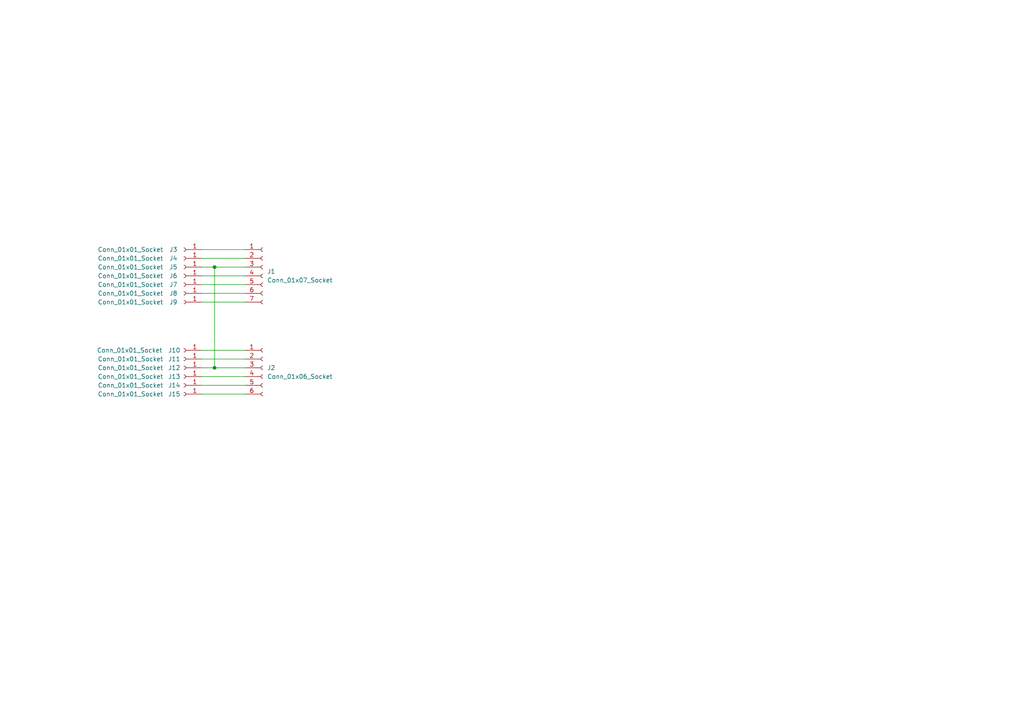
<source format=kicad_sch>
(kicad_sch
	(version 20231120)
	(generator "eeschema")
	(generator_version "8.0")
	(uuid "563bdd28-4b15-42cb-bff2-f1ab9a3c3043")
	(paper "A4")
	(lib_symbols
		(symbol "Connector:Conn_01x01_Socket"
			(pin_names
				(offset 1.016) hide)
			(exclude_from_sim no)
			(in_bom yes)
			(on_board yes)
			(property "Reference" "J"
				(at 0 2.54 0)
				(effects
					(font
						(size 1.27 1.27)
					)
				)
			)
			(property "Value" "Conn_01x01_Socket"
				(at 0 -2.54 0)
				(effects
					(font
						(size 1.27 1.27)
					)
				)
			)
			(property "Footprint" ""
				(at 0 0 0)
				(effects
					(font
						(size 1.27 1.27)
					)
					(hide yes)
				)
			)
			(property "Datasheet" "~"
				(at 0 0 0)
				(effects
					(font
						(size 1.27 1.27)
					)
					(hide yes)
				)
			)
			(property "Description" "Generic connector, single row, 01x01, script generated"
				(at 0 0 0)
				(effects
					(font
						(size 1.27 1.27)
					)
					(hide yes)
				)
			)
			(property "ki_locked" ""
				(at 0 0 0)
				(effects
					(font
						(size 1.27 1.27)
					)
				)
			)
			(property "ki_keywords" "connector"
				(at 0 0 0)
				(effects
					(font
						(size 1.27 1.27)
					)
					(hide yes)
				)
			)
			(property "ki_fp_filters" "Connector*:*_1x??_*"
				(at 0 0 0)
				(effects
					(font
						(size 1.27 1.27)
					)
					(hide yes)
				)
			)
			(symbol "Conn_01x01_Socket_1_1"
				(polyline
					(pts
						(xy -1.27 0) (xy -0.508 0)
					)
					(stroke
						(width 0.1524)
						(type default)
					)
					(fill
						(type none)
					)
				)
				(arc
					(start 0 0.508)
					(mid -0.5058 0)
					(end 0 -0.508)
					(stroke
						(width 0.1524)
						(type default)
					)
					(fill
						(type none)
					)
				)
				(pin passive line
					(at -5.08 0 0)
					(length 3.81)
					(name "Pin_1"
						(effects
							(font
								(size 1.27 1.27)
							)
						)
					)
					(number "1"
						(effects
							(font
								(size 1.27 1.27)
							)
						)
					)
				)
			)
		)
		(symbol "Connector:Conn_01x06_Socket"
			(pin_names
				(offset 1.016) hide)
			(exclude_from_sim no)
			(in_bom yes)
			(on_board yes)
			(property "Reference" "J"
				(at 0 7.62 0)
				(effects
					(font
						(size 1.27 1.27)
					)
				)
			)
			(property "Value" "Conn_01x06_Socket"
				(at 0 -10.16 0)
				(effects
					(font
						(size 1.27 1.27)
					)
				)
			)
			(property "Footprint" ""
				(at 0 0 0)
				(effects
					(font
						(size 1.27 1.27)
					)
					(hide yes)
				)
			)
			(property "Datasheet" "~"
				(at 0 0 0)
				(effects
					(font
						(size 1.27 1.27)
					)
					(hide yes)
				)
			)
			(property "Description" "Generic connector, single row, 01x06, script generated"
				(at 0 0 0)
				(effects
					(font
						(size 1.27 1.27)
					)
					(hide yes)
				)
			)
			(property "ki_locked" ""
				(at 0 0 0)
				(effects
					(font
						(size 1.27 1.27)
					)
				)
			)
			(property "ki_keywords" "connector"
				(at 0 0 0)
				(effects
					(font
						(size 1.27 1.27)
					)
					(hide yes)
				)
			)
			(property "ki_fp_filters" "Connector*:*_1x??_*"
				(at 0 0 0)
				(effects
					(font
						(size 1.27 1.27)
					)
					(hide yes)
				)
			)
			(symbol "Conn_01x06_Socket_1_1"
				(arc
					(start 0 -7.112)
					(mid -0.5058 -7.62)
					(end 0 -8.128)
					(stroke
						(width 0.1524)
						(type default)
					)
					(fill
						(type none)
					)
				)
				(arc
					(start 0 -4.572)
					(mid -0.5058 -5.08)
					(end 0 -5.588)
					(stroke
						(width 0.1524)
						(type default)
					)
					(fill
						(type none)
					)
				)
				(arc
					(start 0 -2.032)
					(mid -0.5058 -2.54)
					(end 0 -3.048)
					(stroke
						(width 0.1524)
						(type default)
					)
					(fill
						(type none)
					)
				)
				(polyline
					(pts
						(xy -1.27 -7.62) (xy -0.508 -7.62)
					)
					(stroke
						(width 0.1524)
						(type default)
					)
					(fill
						(type none)
					)
				)
				(polyline
					(pts
						(xy -1.27 -5.08) (xy -0.508 -5.08)
					)
					(stroke
						(width 0.1524)
						(type default)
					)
					(fill
						(type none)
					)
				)
				(polyline
					(pts
						(xy -1.27 -2.54) (xy -0.508 -2.54)
					)
					(stroke
						(width 0.1524)
						(type default)
					)
					(fill
						(type none)
					)
				)
				(polyline
					(pts
						(xy -1.27 0) (xy -0.508 0)
					)
					(stroke
						(width 0.1524)
						(type default)
					)
					(fill
						(type none)
					)
				)
				(polyline
					(pts
						(xy -1.27 2.54) (xy -0.508 2.54)
					)
					(stroke
						(width 0.1524)
						(type default)
					)
					(fill
						(type none)
					)
				)
				(polyline
					(pts
						(xy -1.27 5.08) (xy -0.508 5.08)
					)
					(stroke
						(width 0.1524)
						(type default)
					)
					(fill
						(type none)
					)
				)
				(arc
					(start 0 0.508)
					(mid -0.5058 0)
					(end 0 -0.508)
					(stroke
						(width 0.1524)
						(type default)
					)
					(fill
						(type none)
					)
				)
				(arc
					(start 0 3.048)
					(mid -0.5058 2.54)
					(end 0 2.032)
					(stroke
						(width 0.1524)
						(type default)
					)
					(fill
						(type none)
					)
				)
				(arc
					(start 0 5.588)
					(mid -0.5058 5.08)
					(end 0 4.572)
					(stroke
						(width 0.1524)
						(type default)
					)
					(fill
						(type none)
					)
				)
				(pin passive line
					(at -5.08 5.08 0)
					(length 3.81)
					(name "Pin_1"
						(effects
							(font
								(size 1.27 1.27)
							)
						)
					)
					(number "1"
						(effects
							(font
								(size 1.27 1.27)
							)
						)
					)
				)
				(pin passive line
					(at -5.08 2.54 0)
					(length 3.81)
					(name "Pin_2"
						(effects
							(font
								(size 1.27 1.27)
							)
						)
					)
					(number "2"
						(effects
							(font
								(size 1.27 1.27)
							)
						)
					)
				)
				(pin passive line
					(at -5.08 0 0)
					(length 3.81)
					(name "Pin_3"
						(effects
							(font
								(size 1.27 1.27)
							)
						)
					)
					(number "3"
						(effects
							(font
								(size 1.27 1.27)
							)
						)
					)
				)
				(pin passive line
					(at -5.08 -2.54 0)
					(length 3.81)
					(name "Pin_4"
						(effects
							(font
								(size 1.27 1.27)
							)
						)
					)
					(number "4"
						(effects
							(font
								(size 1.27 1.27)
							)
						)
					)
				)
				(pin passive line
					(at -5.08 -5.08 0)
					(length 3.81)
					(name "Pin_5"
						(effects
							(font
								(size 1.27 1.27)
							)
						)
					)
					(number "5"
						(effects
							(font
								(size 1.27 1.27)
							)
						)
					)
				)
				(pin passive line
					(at -5.08 -7.62 0)
					(length 3.81)
					(name "Pin_6"
						(effects
							(font
								(size 1.27 1.27)
							)
						)
					)
					(number "6"
						(effects
							(font
								(size 1.27 1.27)
							)
						)
					)
				)
			)
		)
		(symbol "Connector:Conn_01x07_Socket"
			(pin_names
				(offset 1.016) hide)
			(exclude_from_sim no)
			(in_bom yes)
			(on_board yes)
			(property "Reference" "J"
				(at 0 10.16 0)
				(effects
					(font
						(size 1.27 1.27)
					)
				)
			)
			(property "Value" "Conn_01x07_Socket"
				(at 0 -10.16 0)
				(effects
					(font
						(size 1.27 1.27)
					)
				)
			)
			(property "Footprint" ""
				(at 0 0 0)
				(effects
					(font
						(size 1.27 1.27)
					)
					(hide yes)
				)
			)
			(property "Datasheet" "~"
				(at 0 0 0)
				(effects
					(font
						(size 1.27 1.27)
					)
					(hide yes)
				)
			)
			(property "Description" "Generic connector, single row, 01x07, script generated"
				(at 0 0 0)
				(effects
					(font
						(size 1.27 1.27)
					)
					(hide yes)
				)
			)
			(property "ki_locked" ""
				(at 0 0 0)
				(effects
					(font
						(size 1.27 1.27)
					)
				)
			)
			(property "ki_keywords" "connector"
				(at 0 0 0)
				(effects
					(font
						(size 1.27 1.27)
					)
					(hide yes)
				)
			)
			(property "ki_fp_filters" "Connector*:*_1x??_*"
				(at 0 0 0)
				(effects
					(font
						(size 1.27 1.27)
					)
					(hide yes)
				)
			)
			(symbol "Conn_01x07_Socket_1_1"
				(arc
					(start 0 -7.112)
					(mid -0.5058 -7.62)
					(end 0 -8.128)
					(stroke
						(width 0.1524)
						(type default)
					)
					(fill
						(type none)
					)
				)
				(arc
					(start 0 -4.572)
					(mid -0.5058 -5.08)
					(end 0 -5.588)
					(stroke
						(width 0.1524)
						(type default)
					)
					(fill
						(type none)
					)
				)
				(arc
					(start 0 -2.032)
					(mid -0.5058 -2.54)
					(end 0 -3.048)
					(stroke
						(width 0.1524)
						(type default)
					)
					(fill
						(type none)
					)
				)
				(polyline
					(pts
						(xy -1.27 -7.62) (xy -0.508 -7.62)
					)
					(stroke
						(width 0.1524)
						(type default)
					)
					(fill
						(type none)
					)
				)
				(polyline
					(pts
						(xy -1.27 -5.08) (xy -0.508 -5.08)
					)
					(stroke
						(width 0.1524)
						(type default)
					)
					(fill
						(type none)
					)
				)
				(polyline
					(pts
						(xy -1.27 -2.54) (xy -0.508 -2.54)
					)
					(stroke
						(width 0.1524)
						(type default)
					)
					(fill
						(type none)
					)
				)
				(polyline
					(pts
						(xy -1.27 0) (xy -0.508 0)
					)
					(stroke
						(width 0.1524)
						(type default)
					)
					(fill
						(type none)
					)
				)
				(polyline
					(pts
						(xy -1.27 2.54) (xy -0.508 2.54)
					)
					(stroke
						(width 0.1524)
						(type default)
					)
					(fill
						(type none)
					)
				)
				(polyline
					(pts
						(xy -1.27 5.08) (xy -0.508 5.08)
					)
					(stroke
						(width 0.1524)
						(type default)
					)
					(fill
						(type none)
					)
				)
				(polyline
					(pts
						(xy -1.27 7.62) (xy -0.508 7.62)
					)
					(stroke
						(width 0.1524)
						(type default)
					)
					(fill
						(type none)
					)
				)
				(arc
					(start 0 0.508)
					(mid -0.5058 0)
					(end 0 -0.508)
					(stroke
						(width 0.1524)
						(type default)
					)
					(fill
						(type none)
					)
				)
				(arc
					(start 0 3.048)
					(mid -0.5058 2.54)
					(end 0 2.032)
					(stroke
						(width 0.1524)
						(type default)
					)
					(fill
						(type none)
					)
				)
				(arc
					(start 0 5.588)
					(mid -0.5058 5.08)
					(end 0 4.572)
					(stroke
						(width 0.1524)
						(type default)
					)
					(fill
						(type none)
					)
				)
				(arc
					(start 0 8.128)
					(mid -0.5058 7.62)
					(end 0 7.112)
					(stroke
						(width 0.1524)
						(type default)
					)
					(fill
						(type none)
					)
				)
				(pin passive line
					(at -5.08 7.62 0)
					(length 3.81)
					(name "Pin_1"
						(effects
							(font
								(size 1.27 1.27)
							)
						)
					)
					(number "1"
						(effects
							(font
								(size 1.27 1.27)
							)
						)
					)
				)
				(pin passive line
					(at -5.08 5.08 0)
					(length 3.81)
					(name "Pin_2"
						(effects
							(font
								(size 1.27 1.27)
							)
						)
					)
					(number "2"
						(effects
							(font
								(size 1.27 1.27)
							)
						)
					)
				)
				(pin passive line
					(at -5.08 2.54 0)
					(length 3.81)
					(name "Pin_3"
						(effects
							(font
								(size 1.27 1.27)
							)
						)
					)
					(number "3"
						(effects
							(font
								(size 1.27 1.27)
							)
						)
					)
				)
				(pin passive line
					(at -5.08 0 0)
					(length 3.81)
					(name "Pin_4"
						(effects
							(font
								(size 1.27 1.27)
							)
						)
					)
					(number "4"
						(effects
							(font
								(size 1.27 1.27)
							)
						)
					)
				)
				(pin passive line
					(at -5.08 -2.54 0)
					(length 3.81)
					(name "Pin_5"
						(effects
							(font
								(size 1.27 1.27)
							)
						)
					)
					(number "5"
						(effects
							(font
								(size 1.27 1.27)
							)
						)
					)
				)
				(pin passive line
					(at -5.08 -5.08 0)
					(length 3.81)
					(name "Pin_6"
						(effects
							(font
								(size 1.27 1.27)
							)
						)
					)
					(number "6"
						(effects
							(font
								(size 1.27 1.27)
							)
						)
					)
				)
				(pin passive line
					(at -5.08 -7.62 0)
					(length 3.81)
					(name "Pin_7"
						(effects
							(font
								(size 1.27 1.27)
							)
						)
					)
					(number "7"
						(effects
							(font
								(size 1.27 1.27)
							)
						)
					)
				)
			)
		)
	)
	(junction
		(at 62.23 77.47)
		(diameter 0)
		(color 0 0 0 0)
		(uuid "698e742f-e227-40bc-958c-d0973e8ef573")
	)
	(junction
		(at 62.23 106.68)
		(diameter 0)
		(color 0 0 0 0)
		(uuid "a56ce0b7-36e4-426e-a400-bbf1a96f7898")
	)
	(wire
		(pts
			(xy 58.42 77.47) (xy 62.23 77.47)
		)
		(stroke
			(width 0)
			(type default)
		)
		(uuid "1f8fda8b-19f2-4462-b637-dc2352c4c6e4")
	)
	(wire
		(pts
			(xy 58.42 74.93) (xy 71.12 74.93)
		)
		(stroke
			(width 0)
			(type default)
		)
		(uuid "2baf495b-cc02-49a0-8a32-6cc832802465")
	)
	(wire
		(pts
			(xy 58.42 85.09) (xy 71.12 85.09)
		)
		(stroke
			(width 0)
			(type default)
		)
		(uuid "4e1aa4c5-461d-48f9-88ad-4f82f8745a16")
	)
	(wire
		(pts
			(xy 58.42 80.01) (xy 71.12 80.01)
		)
		(stroke
			(width 0)
			(type default)
		)
		(uuid "5ccef070-7968-483f-9902-23d683650537")
	)
	(wire
		(pts
			(xy 58.42 101.6) (xy 71.12 101.6)
		)
		(stroke
			(width 0)
			(type default)
		)
		(uuid "64f08618-0126-4a99-a794-17aee9d3f067")
	)
	(wire
		(pts
			(xy 58.42 109.22) (xy 71.12 109.22)
		)
		(stroke
			(width 0)
			(type default)
		)
		(uuid "6a7f5076-86c1-4557-ab80-43d9a6ba349f")
	)
	(wire
		(pts
			(xy 62.23 106.68) (xy 71.12 106.68)
		)
		(stroke
			(width 0)
			(type default)
		)
		(uuid "896561f4-8dae-4b27-b12e-935db7abc701")
	)
	(wire
		(pts
			(xy 58.42 114.3) (xy 71.12 114.3)
		)
		(stroke
			(width 0)
			(type default)
		)
		(uuid "8ec958ed-8568-4b00-8ff5-e4f20ff665ee")
	)
	(wire
		(pts
			(xy 58.42 104.14) (xy 71.12 104.14)
		)
		(stroke
			(width 0)
			(type default)
		)
		(uuid "942578a5-891d-4a62-bebb-b8533ab8544e")
	)
	(wire
		(pts
			(xy 62.23 77.47) (xy 71.12 77.47)
		)
		(stroke
			(width 0)
			(type default)
		)
		(uuid "969305c0-044f-4f62-8066-9a1ac0cb0068")
	)
	(wire
		(pts
			(xy 58.42 106.68) (xy 62.23 106.68)
		)
		(stroke
			(width 0)
			(type default)
		)
		(uuid "abaa192a-40b9-4a84-a121-3044c52cd82c")
	)
	(wire
		(pts
			(xy 58.42 72.39) (xy 71.12 72.39)
		)
		(stroke
			(width 0)
			(type default)
		)
		(uuid "c0da3087-ef1a-4d1d-b1ba-f01fe71ce91f")
	)
	(wire
		(pts
			(xy 58.42 111.76) (xy 71.12 111.76)
		)
		(stroke
			(width 0)
			(type default)
		)
		(uuid "cf70663d-08ed-493c-b152-b0c02faea801")
	)
	(wire
		(pts
			(xy 58.42 87.63) (xy 71.12 87.63)
		)
		(stroke
			(width 0)
			(type default)
		)
		(uuid "d40cf84f-a0ec-44dc-8b96-bb6bb9010f34")
	)
	(wire
		(pts
			(xy 58.42 82.55) (xy 71.12 82.55)
		)
		(stroke
			(width 0)
			(type default)
		)
		(uuid "efbb5b33-8bf1-4d6c-8f79-0bc78481cc2b")
	)
	(wire
		(pts
			(xy 62.23 77.47) (xy 62.23 106.68)
		)
		(stroke
			(width 0)
			(type default)
		)
		(uuid "fb2ae44c-e671-4303-a4be-dcdec188323f")
	)
	(symbol
		(lib_id "Connector:Conn_01x01_Socket")
		(at 53.34 106.68 180)
		(unit 1)
		(exclude_from_sim no)
		(in_bom yes)
		(on_board yes)
		(dnp no)
		(uuid "132a58c7-152e-4c45-aa07-210f77e93ff0")
		(property "Reference" "J12"
			(at 50.546 106.68 0)
			(effects
				(font
					(size 1.27 1.27)
				)
			)
		)
		(property "Value" "Conn_01x01_Socket"
			(at 37.846 106.68 0)
			(effects
				(font
					(size 1.27 1.27)
				)
			)
		)
		(property "Footprint" "Connector_PinHeader_1.00mm:PinHeader_1x01_P1.00mm_Vertical"
			(at 53.34 106.68 0)
			(effects
				(font
					(size 1.27 1.27)
				)
				(hide yes)
			)
		)
		(property "Datasheet" "~"
			(at 53.34 106.68 0)
			(effects
				(font
					(size 1.27 1.27)
				)
				(hide yes)
			)
		)
		(property "Description" "Generic connector, single row, 01x01, script generated"
			(at 53.34 106.68 0)
			(effects
				(font
					(size 1.27 1.27)
				)
				(hide yes)
			)
		)
		(pin "1"
			(uuid "2897f06e-588c-4362-a061-5ca71c0bea4b")
		)
		(instances
			(project "Port"
				(path "/563bdd28-4b15-42cb-bff2-f1ab9a3c3043"
					(reference "J12")
					(unit 1)
				)
			)
		)
	)
	(symbol
		(lib_id "Connector:Conn_01x01_Socket")
		(at 53.34 77.47 180)
		(unit 1)
		(exclude_from_sim no)
		(in_bom yes)
		(on_board yes)
		(dnp no)
		(uuid "1a8c846a-31d7-4fba-acb0-424255899a8b")
		(property "Reference" "J5"
			(at 50.292 77.47 0)
			(effects
				(font
					(size 1.27 1.27)
				)
			)
		)
		(property "Value" "Conn_01x01_Socket"
			(at 37.846 77.47 0)
			(effects
				(font
					(size 1.27 1.27)
				)
			)
		)
		(property "Footprint" "Connector_PinHeader_1.00mm:PinHeader_1x01_P1.00mm_Vertical"
			(at 53.34 77.47 0)
			(effects
				(font
					(size 1.27 1.27)
				)
				(hide yes)
			)
		)
		(property "Datasheet" "~"
			(at 53.34 77.47 0)
			(effects
				(font
					(size 1.27 1.27)
				)
				(hide yes)
			)
		)
		(property "Description" "Generic connector, single row, 01x01, script generated"
			(at 53.34 77.47 0)
			(effects
				(font
					(size 1.27 1.27)
				)
				(hide yes)
			)
		)
		(pin "1"
			(uuid "176ca7b4-b8ff-44c0-a5ff-f19ebfad0f5a")
		)
		(instances
			(project "Port"
				(path "/563bdd28-4b15-42cb-bff2-f1ab9a3c3043"
					(reference "J5")
					(unit 1)
				)
			)
		)
	)
	(symbol
		(lib_id "Connector:Conn_01x01_Socket")
		(at 53.34 80.01 180)
		(unit 1)
		(exclude_from_sim no)
		(in_bom yes)
		(on_board yes)
		(dnp no)
		(uuid "1e7898af-3be8-4ae5-908b-8a1886be9349")
		(property "Reference" "J6"
			(at 50.292 80.01 0)
			(effects
				(font
					(size 1.27 1.27)
				)
			)
		)
		(property "Value" "Conn_01x01_Socket"
			(at 37.846 80.01 0)
			(effects
				(font
					(size 1.27 1.27)
				)
			)
		)
		(property "Footprint" "Connector_PinHeader_1.00mm:PinHeader_1x01_P1.00mm_Vertical"
			(at 53.34 80.01 0)
			(effects
				(font
					(size 1.27 1.27)
				)
				(hide yes)
			)
		)
		(property "Datasheet" "~"
			(at 53.34 80.01 0)
			(effects
				(font
					(size 1.27 1.27)
				)
				(hide yes)
			)
		)
		(property "Description" "Generic connector, single row, 01x01, script generated"
			(at 53.34 80.01 0)
			(effects
				(font
					(size 1.27 1.27)
				)
				(hide yes)
			)
		)
		(pin "1"
			(uuid "3c3e1f97-6fb1-45f9-ba7d-814373f55089")
		)
		(instances
			(project "Port"
				(path "/563bdd28-4b15-42cb-bff2-f1ab9a3c3043"
					(reference "J6")
					(unit 1)
				)
			)
		)
	)
	(symbol
		(lib_id "Connector:Conn_01x01_Socket")
		(at 53.34 82.55 180)
		(unit 1)
		(exclude_from_sim no)
		(in_bom yes)
		(on_board yes)
		(dnp no)
		(uuid "204e804a-3495-44aa-8581-86b3bebf3fb4")
		(property "Reference" "J7"
			(at 50.292 82.55 0)
			(effects
				(font
					(size 1.27 1.27)
				)
			)
		)
		(property "Value" "Conn_01x01_Socket"
			(at 37.846 82.55 0)
			(effects
				(font
					(size 1.27 1.27)
				)
			)
		)
		(property "Footprint" "Connector_PinHeader_1.00mm:PinHeader_1x01_P1.00mm_Vertical"
			(at 53.34 82.55 0)
			(effects
				(font
					(size 1.27 1.27)
				)
				(hide yes)
			)
		)
		(property "Datasheet" "~"
			(at 53.34 82.55 0)
			(effects
				(font
					(size 1.27 1.27)
				)
				(hide yes)
			)
		)
		(property "Description" "Generic connector, single row, 01x01, script generated"
			(at 53.34 82.55 0)
			(effects
				(font
					(size 1.27 1.27)
				)
				(hide yes)
			)
		)
		(pin "1"
			(uuid "cabec8f8-6edd-4448-aea0-6b2e29df58a3")
		)
		(instances
			(project "Port"
				(path "/563bdd28-4b15-42cb-bff2-f1ab9a3c3043"
					(reference "J7")
					(unit 1)
				)
			)
		)
	)
	(symbol
		(lib_id "Connector:Conn_01x06_Socket")
		(at 76.2 106.68 0)
		(unit 1)
		(exclude_from_sim no)
		(in_bom yes)
		(on_board yes)
		(dnp no)
		(fields_autoplaced yes)
		(uuid "3ea076ce-350b-4520-8a2e-0e0433f1c69b")
		(property "Reference" "J2"
			(at 77.47 106.6799 0)
			(effects
				(font
					(size 1.27 1.27)
				)
				(justify left)
			)
		)
		(property "Value" "Conn_01x06_Socket"
			(at 77.47 109.2199 0)
			(effects
				(font
					(size 1.27 1.27)
				)
				(justify left)
			)
		)
		(property "Footprint" "Connector_PinSocket_2.54mm:PinSocket_1x06_P2.54mm_Vertical"
			(at 76.2 106.68 0)
			(effects
				(font
					(size 1.27 1.27)
				)
				(hide yes)
			)
		)
		(property "Datasheet" "~"
			(at 76.2 106.68 0)
			(effects
				(font
					(size 1.27 1.27)
				)
				(hide yes)
			)
		)
		(property "Description" "Generic connector, single row, 01x06, script generated"
			(at 76.2 106.68 0)
			(effects
				(font
					(size 1.27 1.27)
				)
				(hide yes)
			)
		)
		(pin "1"
			(uuid "0ef75e6c-3d6c-4569-904b-6792d4f33ba8")
		)
		(pin "6"
			(uuid "d910f3d0-21c2-4906-9db7-2f0fd99e2cbc")
		)
		(pin "5"
			(uuid "ae169013-972d-401a-b9b2-6ab3bacce70a")
		)
		(pin "3"
			(uuid "ba24a445-9886-4955-ba61-2616f15fc3ef")
		)
		(pin "4"
			(uuid "08d223ea-abdb-4148-b6a0-6c7e9c2e7736")
		)
		(pin "2"
			(uuid "725d26b9-7a5b-42c8-ac2c-9bfc27a85bde")
		)
		(instances
			(project ""
				(path "/563bdd28-4b15-42cb-bff2-f1ab9a3c3043"
					(reference "J2")
					(unit 1)
				)
			)
		)
	)
	(symbol
		(lib_id "Connector:Conn_01x01_Socket")
		(at 53.34 85.09 180)
		(unit 1)
		(exclude_from_sim no)
		(in_bom yes)
		(on_board yes)
		(dnp no)
		(uuid "4173c99e-cd6d-4d43-af22-1b8815b21721")
		(property "Reference" "J8"
			(at 50.292 85.09 0)
			(effects
				(font
					(size 1.27 1.27)
				)
			)
		)
		(property "Value" "Conn_01x01_Socket"
			(at 37.846 85.09 0)
			(effects
				(font
					(size 1.27 1.27)
				)
			)
		)
		(property "Footprint" "Connector_PinHeader_1.00mm:PinHeader_1x01_P1.00mm_Vertical"
			(at 53.34 85.09 0)
			(effects
				(font
					(size 1.27 1.27)
				)
				(hide yes)
			)
		)
		(property "Datasheet" "~"
			(at 53.34 85.09 0)
			(effects
				(font
					(size 1.27 1.27)
				)
				(hide yes)
			)
		)
		(property "Description" "Generic connector, single row, 01x01, script generated"
			(at 53.34 85.09 0)
			(effects
				(font
					(size 1.27 1.27)
				)
				(hide yes)
			)
		)
		(pin "1"
			(uuid "724f4bf2-a240-4790-8386-d0a4b1e3f14c")
		)
		(instances
			(project "Port"
				(path "/563bdd28-4b15-42cb-bff2-f1ab9a3c3043"
					(reference "J8")
					(unit 1)
				)
			)
		)
	)
	(symbol
		(lib_id "Connector:Conn_01x01_Socket")
		(at 53.34 74.93 180)
		(unit 1)
		(exclude_from_sim no)
		(in_bom yes)
		(on_board yes)
		(dnp no)
		(uuid "78d4f301-511e-43a8-862e-c8f4ca946b17")
		(property "Reference" "J4"
			(at 50.292 74.93 0)
			(effects
				(font
					(size 1.27 1.27)
				)
			)
		)
		(property "Value" "Conn_01x01_Socket"
			(at 37.846 74.93 0)
			(effects
				(font
					(size 1.27 1.27)
				)
			)
		)
		(property "Footprint" "Connector_PinHeader_1.00mm:PinHeader_1x01_P1.00mm_Vertical"
			(at 53.34 74.93 0)
			(effects
				(font
					(size 1.27 1.27)
				)
				(hide yes)
			)
		)
		(property "Datasheet" "~"
			(at 53.34 74.93 0)
			(effects
				(font
					(size 1.27 1.27)
				)
				(hide yes)
			)
		)
		(property "Description" "Generic connector, single row, 01x01, script generated"
			(at 53.34 74.93 0)
			(effects
				(font
					(size 1.27 1.27)
				)
				(hide yes)
			)
		)
		(pin "1"
			(uuid "385767ae-8e15-4f6e-aeda-a9045dfbeeae")
		)
		(instances
			(project "Port"
				(path "/563bdd28-4b15-42cb-bff2-f1ab9a3c3043"
					(reference "J4")
					(unit 1)
				)
			)
		)
	)
	(symbol
		(lib_id "Connector:Conn_01x01_Socket")
		(at 53.34 104.14 180)
		(unit 1)
		(exclude_from_sim no)
		(in_bom yes)
		(on_board yes)
		(dnp no)
		(uuid "a44d8282-dd3c-4722-8f59-f1f5f5760b63")
		(property "Reference" "J11"
			(at 50.546 104.14 0)
			(effects
				(font
					(size 1.27 1.27)
				)
			)
		)
		(property "Value" "Conn_01x01_Socket"
			(at 37.846 104.14 0)
			(effects
				(font
					(size 1.27 1.27)
				)
			)
		)
		(property "Footprint" "Connector_PinHeader_1.00mm:PinHeader_1x01_P1.00mm_Vertical"
			(at 53.34 104.14 0)
			(effects
				(font
					(size 1.27 1.27)
				)
				(hide yes)
			)
		)
		(property "Datasheet" "~"
			(at 53.34 104.14 0)
			(effects
				(font
					(size 1.27 1.27)
				)
				(hide yes)
			)
		)
		(property "Description" "Generic connector, single row, 01x01, script generated"
			(at 53.34 104.14 0)
			(effects
				(font
					(size 1.27 1.27)
				)
				(hide yes)
			)
		)
		(pin "1"
			(uuid "0b3a46bf-38e3-4ba3-9a54-6df7ffde78a6")
		)
		(instances
			(project "Port"
				(path "/563bdd28-4b15-42cb-bff2-f1ab9a3c3043"
					(reference "J11")
					(unit 1)
				)
			)
		)
	)
	(symbol
		(lib_id "Connector:Conn_01x01_Socket")
		(at 53.34 87.63 180)
		(unit 1)
		(exclude_from_sim no)
		(in_bom yes)
		(on_board yes)
		(dnp no)
		(uuid "ab5d1572-a897-4836-b2e7-1cea331d6cef")
		(property "Reference" "J9"
			(at 50.292 87.63 0)
			(effects
				(font
					(size 1.27 1.27)
				)
			)
		)
		(property "Value" "Conn_01x01_Socket"
			(at 37.846 87.63 0)
			(effects
				(font
					(size 1.27 1.27)
				)
			)
		)
		(property "Footprint" "Connector_PinHeader_1.00mm:PinHeader_1x01_P1.00mm_Vertical"
			(at 53.34 87.63 0)
			(effects
				(font
					(size 1.27 1.27)
				)
				(hide yes)
			)
		)
		(property "Datasheet" "~"
			(at 53.34 87.63 0)
			(effects
				(font
					(size 1.27 1.27)
				)
				(hide yes)
			)
		)
		(property "Description" "Generic connector, single row, 01x01, script generated"
			(at 53.34 87.63 0)
			(effects
				(font
					(size 1.27 1.27)
				)
				(hide yes)
			)
		)
		(pin "1"
			(uuid "3e5c1d06-2f25-4dc3-91fd-fa786815da47")
		)
		(instances
			(project "Port"
				(path "/563bdd28-4b15-42cb-bff2-f1ab9a3c3043"
					(reference "J9")
					(unit 1)
				)
			)
		)
	)
	(symbol
		(lib_id "Connector:Conn_01x01_Socket")
		(at 53.34 101.6 180)
		(unit 1)
		(exclude_from_sim no)
		(in_bom yes)
		(on_board yes)
		(dnp no)
		(uuid "b22eac39-2f1a-4a60-b538-8508f1d54f48")
		(property "Reference" "J10"
			(at 50.546 101.6 0)
			(effects
				(font
					(size 1.27 1.27)
				)
			)
		)
		(property "Value" "Conn_01x01_Socket"
			(at 37.592 101.6 0)
			(effects
				(font
					(size 1.27 1.27)
				)
			)
		)
		(property "Footprint" "Connector_PinHeader_1.00mm:PinHeader_1x01_P1.00mm_Vertical"
			(at 53.34 101.6 0)
			(effects
				(font
					(size 1.27 1.27)
				)
				(hide yes)
			)
		)
		(property "Datasheet" "~"
			(at 53.34 101.6 0)
			(effects
				(font
					(size 1.27 1.27)
				)
				(hide yes)
			)
		)
		(property "Description" "Generic connector, single row, 01x01, script generated"
			(at 53.34 101.6 0)
			(effects
				(font
					(size 1.27 1.27)
				)
				(hide yes)
			)
		)
		(pin "1"
			(uuid "3d9b0b3a-36e7-423a-b9b1-4630b992d685")
		)
		(instances
			(project "Port"
				(path "/563bdd28-4b15-42cb-bff2-f1ab9a3c3043"
					(reference "J10")
					(unit 1)
				)
			)
		)
	)
	(symbol
		(lib_id "Connector:Conn_01x07_Socket")
		(at 76.2 80.01 0)
		(unit 1)
		(exclude_from_sim no)
		(in_bom yes)
		(on_board yes)
		(dnp no)
		(fields_autoplaced yes)
		(uuid "cc4710df-3e7e-403b-8e77-4f7d5cfcbadd")
		(property "Reference" "J1"
			(at 77.47 78.7399 0)
			(effects
				(font
					(size 1.27 1.27)
				)
				(justify left)
			)
		)
		(property "Value" "Conn_01x07_Socket"
			(at 77.47 81.2799 0)
			(effects
				(font
					(size 1.27 1.27)
				)
				(justify left)
			)
		)
		(property "Footprint" "Connector_PinSocket_2.54mm:PinSocket_1x07_P2.54mm_Vertical"
			(at 76.2 80.01 0)
			(effects
				(font
					(size 1.27 1.27)
				)
				(hide yes)
			)
		)
		(property "Datasheet" "~"
			(at 76.2 80.01 0)
			(effects
				(font
					(size 1.27 1.27)
				)
				(hide yes)
			)
		)
		(property "Description" "Generic connector, single row, 01x07, script generated"
			(at 76.2 80.01 0)
			(effects
				(font
					(size 1.27 1.27)
				)
				(hide yes)
			)
		)
		(pin "4"
			(uuid "cfcc29a4-8968-4f94-a37a-9e786bb82b12")
		)
		(pin "7"
			(uuid "307dddfe-1d90-419d-811d-beb24e7c701b")
		)
		(pin "3"
			(uuid "a21d0e32-3b68-46c3-a138-91ada0b083a7")
		)
		(pin "2"
			(uuid "fdbd75cf-de27-40ea-bf70-bc713f167bc1")
		)
		(pin "1"
			(uuid "69e98bac-0002-45dd-a78a-4f0cc65bb5dd")
		)
		(pin "6"
			(uuid "664f5560-475e-4a54-8823-a2bef754cd42")
		)
		(pin "5"
			(uuid "de85f168-35c0-4c1e-9448-09c7b84c2df5")
		)
		(instances
			(project ""
				(path "/563bdd28-4b15-42cb-bff2-f1ab9a3c3043"
					(reference "J1")
					(unit 1)
				)
			)
		)
	)
	(symbol
		(lib_id "Connector:Conn_01x01_Socket")
		(at 53.34 114.3 180)
		(unit 1)
		(exclude_from_sim no)
		(in_bom yes)
		(on_board yes)
		(dnp no)
		(uuid "d1601c8e-e59d-43f1-b637-cfcf4e0fa0c3")
		(property "Reference" "J15"
			(at 50.546 114.3 0)
			(effects
				(font
					(size 1.27 1.27)
				)
			)
		)
		(property "Value" "Conn_01x01_Socket"
			(at 37.846 114.3 0)
			(effects
				(font
					(size 1.27 1.27)
				)
			)
		)
		(property "Footprint" "Connector_PinHeader_1.00mm:PinHeader_1x01_P1.00mm_Vertical"
			(at 53.34 114.3 0)
			(effects
				(font
					(size 1.27 1.27)
				)
				(hide yes)
			)
		)
		(property "Datasheet" "~"
			(at 53.34 114.3 0)
			(effects
				(font
					(size 1.27 1.27)
				)
				(hide yes)
			)
		)
		(property "Description" "Generic connector, single row, 01x01, script generated"
			(at 53.34 114.3 0)
			(effects
				(font
					(size 1.27 1.27)
				)
				(hide yes)
			)
		)
		(pin "1"
			(uuid "aefa89a8-90ed-47f8-80ec-7bbe762867ad")
		)
		(instances
			(project "Port"
				(path "/563bdd28-4b15-42cb-bff2-f1ab9a3c3043"
					(reference "J15")
					(unit 1)
				)
			)
		)
	)
	(symbol
		(lib_id "Connector:Conn_01x01_Socket")
		(at 53.34 111.76 180)
		(unit 1)
		(exclude_from_sim no)
		(in_bom yes)
		(on_board yes)
		(dnp no)
		(uuid "d45c1783-2c63-4bf1-8d6e-bae8c010d617")
		(property "Reference" "J14"
			(at 50.546 111.76 0)
			(effects
				(font
					(size 1.27 1.27)
				)
			)
		)
		(property "Value" "Conn_01x01_Socket"
			(at 37.846 111.76 0)
			(effects
				(font
					(size 1.27 1.27)
				)
			)
		)
		(property "Footprint" "Connector_PinHeader_1.00mm:PinHeader_1x01_P1.00mm_Vertical"
			(at 53.34 111.76 0)
			(effects
				(font
					(size 1.27 1.27)
				)
				(hide yes)
			)
		)
		(property "Datasheet" "~"
			(at 53.34 111.76 0)
			(effects
				(font
					(size 1.27 1.27)
				)
				(hide yes)
			)
		)
		(property "Description" "Generic connector, single row, 01x01, script generated"
			(at 53.34 111.76 0)
			(effects
				(font
					(size 1.27 1.27)
				)
				(hide yes)
			)
		)
		(pin "1"
			(uuid "994260d9-97d9-4ec6-967d-94dc1057e8e4")
		)
		(instances
			(project "Port"
				(path "/563bdd28-4b15-42cb-bff2-f1ab9a3c3043"
					(reference "J14")
					(unit 1)
				)
			)
		)
	)
	(symbol
		(lib_id "Connector:Conn_01x01_Socket")
		(at 53.34 72.39 180)
		(unit 1)
		(exclude_from_sim no)
		(in_bom yes)
		(on_board yes)
		(dnp no)
		(uuid "e589ed97-0bd2-45c6-9f4b-806f5f607e0f")
		(property "Reference" "J3"
			(at 50.292 72.39 0)
			(effects
				(font
					(size 1.27 1.27)
				)
			)
		)
		(property "Value" "Conn_01x01_Socket"
			(at 37.846 72.39 0)
			(effects
				(font
					(size 1.27 1.27)
				)
			)
		)
		(property "Footprint" "Connector_PinHeader_1.00mm:PinHeader_1x01_P1.00mm_Vertical"
			(at 53.34 72.39 0)
			(effects
				(font
					(size 1.27 1.27)
				)
				(hide yes)
			)
		)
		(property "Datasheet" "~"
			(at 53.34 72.39 0)
			(effects
				(font
					(size 1.27 1.27)
				)
				(hide yes)
			)
		)
		(property "Description" "Generic connector, single row, 01x01, script generated"
			(at 53.34 72.39 0)
			(effects
				(font
					(size 1.27 1.27)
				)
				(hide yes)
			)
		)
		(pin "1"
			(uuid "14f80985-2410-45dc-b186-7ebc0f228b63")
		)
		(instances
			(project ""
				(path "/563bdd28-4b15-42cb-bff2-f1ab9a3c3043"
					(reference "J3")
					(unit 1)
				)
			)
		)
	)
	(symbol
		(lib_id "Connector:Conn_01x01_Socket")
		(at 53.34 109.22 180)
		(unit 1)
		(exclude_from_sim no)
		(in_bom yes)
		(on_board yes)
		(dnp no)
		(uuid "ed7903c5-a406-4727-b39b-bcfb9d1de0f2")
		(property "Reference" "J13"
			(at 50.546 109.22 0)
			(effects
				(font
					(size 1.27 1.27)
				)
			)
		)
		(property "Value" "Conn_01x01_Socket"
			(at 37.846 109.22 0)
			(effects
				(font
					(size 1.27 1.27)
				)
			)
		)
		(property "Footprint" "Connector_PinHeader_1.00mm:PinHeader_1x01_P1.00mm_Vertical"
			(at 53.34 109.22 0)
			(effects
				(font
					(size 1.27 1.27)
				)
				(hide yes)
			)
		)
		(property "Datasheet" "~"
			(at 53.34 109.22 0)
			(effects
				(font
					(size 1.27 1.27)
				)
				(hide yes)
			)
		)
		(property "Description" "Generic connector, single row, 01x01, script generated"
			(at 53.34 109.22 0)
			(effects
				(font
					(size 1.27 1.27)
				)
				(hide yes)
			)
		)
		(pin "1"
			(uuid "42570c4e-6661-4709-8866-160ad3b5e28d")
		)
		(instances
			(project "Port"
				(path "/563bdd28-4b15-42cb-bff2-f1ab9a3c3043"
					(reference "J13")
					(unit 1)
				)
			)
		)
	)
	(sheet_instances
		(path "/"
			(page "1")
		)
	)
)

</source>
